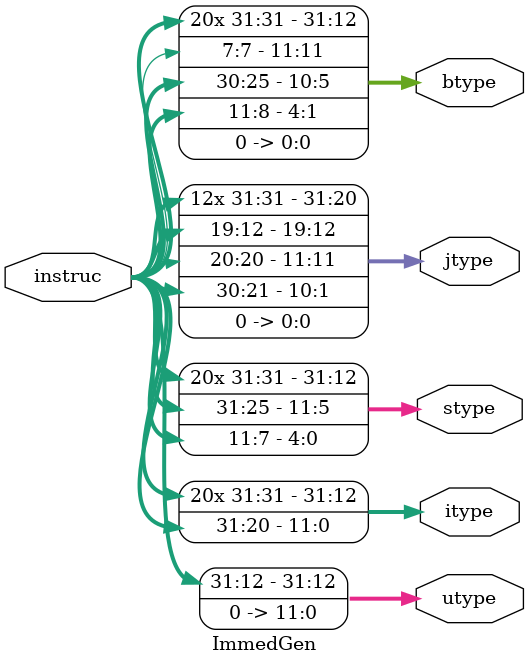
<source format=sv>
`timescale 1ns / 1ps


module ImmedGen(
    input logic [31:7] instruc,
    output logic [31:0] utype, itype, stype, jtype, btype
    );
    always_comb begin
            // Will shift the bits 12 places left after these operations.
        utype = {instruc[31:12], 12'b0};
        // need to sign extend the immediate for the operation. 
        // Copy the left bit 20 times.
        itype = {{20{instruc[31]}}, instruc[31:20]}; 
        // sext(imm), but now the imm is in multiple parts
        stype = {{20{instruc[31]}}, instruc[31:25], instruc[11:7]};
        // sext(imm << 1), really only used for jal
        jtype = {{12{instruc[31]}}, 
                    instruc[19:12], 
                    instruc[20], 
                    instruc[30:21], 
                    1'b0};
        // sext(imm << 1)
        btype = {{20{instruc[31]}}, 
                    instruc[7], 
                    instruc[30:25], 
                    instruc[11:8], 
                    1'b0};
    /*
        utype = {{20{instruc[31:12]}}, {12'b0}};
        stype = {{20{instruc[31]}}, {instruc[31:25]}, {instruc[11:7]}};
        itype = {{21{instruc[31]}}, {instruc[30:20]}};
        btype = {{19{instruc[31]}}, {instruc[7]}, {instruc[30:25]}, {instruc[11:8]}, {1'b0}};
        jtype = {{12{instruc[31]}}, {instruc[19:12]}, {instruc[20]}, {instruc[30:21]}, {1'b0}};
*/
    end
endmodule

</source>
